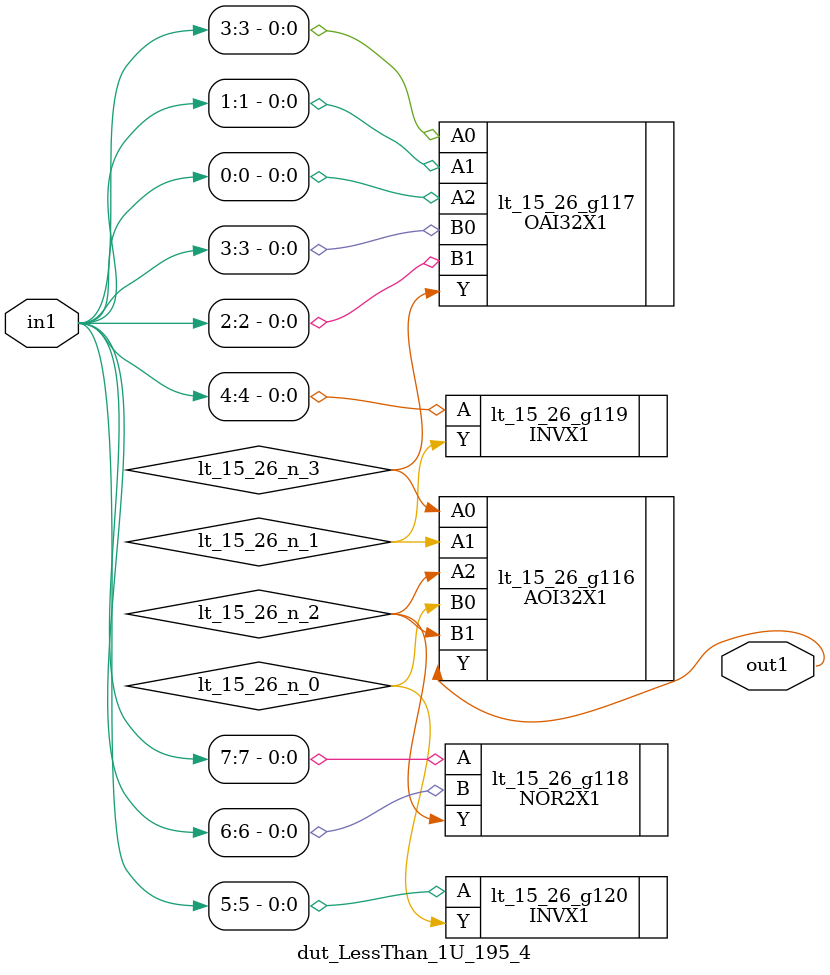
<source format=v>
`timescale 1ps / 1ps


module dut_LessThan_1U_195_4(in1, out1);
  input [7:0] in1;
  output out1;
  wire [7:0] in1;
  wire out1;
  wire lt_15_26_n_0, lt_15_26_n_1, lt_15_26_n_2, lt_15_26_n_3;
  AOI32X1 lt_15_26_g116(.A0 (lt_15_26_n_3), .A1 (lt_15_26_n_1), .A2
       (lt_15_26_n_2), .B0 (lt_15_26_n_0), .B1 (lt_15_26_n_2), .Y
       (out1));
  OAI32X1 lt_15_26_g117(.A0 (in1[3]), .A1 (in1[1]), .A2 (in1[0]), .B0
       (in1[3]), .B1 (in1[2]), .Y (lt_15_26_n_3));
  NOR2X1 lt_15_26_g118(.A (in1[7]), .B (in1[6]), .Y (lt_15_26_n_2));
  INVX1 lt_15_26_g119(.A (in1[4]), .Y (lt_15_26_n_1));
  INVX1 lt_15_26_g120(.A (in1[5]), .Y (lt_15_26_n_0));
endmodule



</source>
